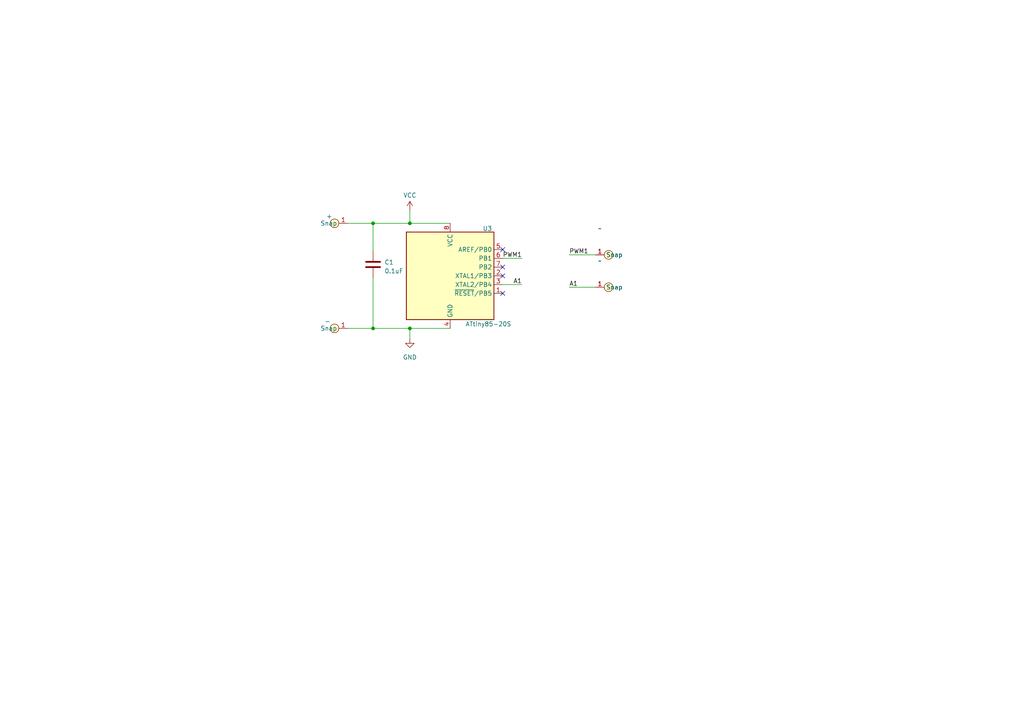
<source format=kicad_sch>
(kicad_sch (version 20230121) (generator eeschema)
  (paper "A4")
  (title_block (title "ATtiny85 Textile") (date "2023-06-01") (rev "0.1"))
  (lib_symbols
    (symbol "1_custom_library:Snap_10mm"
      (symbol "Snap_10mm_1_1"
        (circle (center 2.54 -7.62) (radius 1.27) (fill (type background)))
        (pin input line (at -1.27 -7.62 0) (length 2.54) (name "Snap") (number "1"))
      )
    )
    (symbol "Device:C" (pin_numbers hide) (pin_names (offset 0.254))
      (property "Reference" "C" (at 0.635 2.54 0))
      (property "Value" "C" (at 0.635 -2.54 0))
      (symbol "C_0_1"
        (polyline (pts (xy -2.032 -0.762) (xy 2.032 -0.762)) (stroke (width 0.508)))
        (polyline (pts (xy -2.032 0.762) (xy 2.032 0.762)) (stroke (width 0.508)))
      )
      (symbol "C_1_1"
        (pin passive line (at 0 3.81 270) (length 2.794) (name "~") (number "1"))
        (pin passive line (at 0 -3.81 90) (length 2.794) (name "~") (number "2"))
      )
    )
    (symbol "MCU_Microchip_ATtiny:ATtiny85-20S"
      (property "Reference" "U" (at -12.7 13.97 0))
      (property "Value" "ATtiny85-20S" (at 2.54 -13.97 0))
      (symbol "ATtiny85-20S_0_1"
        (rectangle (start -12.7 -12.7) (end 12.7 12.7) (stroke (width 0.254)) (fill (type background)))
      )
      (symbol "ATtiny85-20S_1_1"
        (pin bidirectional line (at 15.24 -5.08 180) (length 2.54) (name "~{RESET}/PB5") (number "1"))
        (pin bidirectional line (at 15.24 0 180) (length 2.54) (name "XTAL1/PB3") (number "2"))
        (pin bidirectional line (at 15.24 -2.54 180) (length 2.54) (name "XTAL2/PB4") (number "3"))
        (pin power_in line (at 0 -15.24 90) (length 2.54) (name "GND") (number "4"))
        (pin bidirectional line (at 15.24 7.62 180) (length 2.54) (name "AREF/PB0") (number "5"))
        (pin bidirectional line (at 15.24 5.08 180) (length 2.54) (name "PB1") (number "6"))
        (pin bidirectional line (at 15.24 2.54 180) (length 2.54) (name "PB2") (number "7"))
        (pin power_in line (at 0 15.24 270) (length 2.54) (name "VCC") (number "8"))
      )
    )
    (symbol "Snap_10mm_2"
      (symbol "Snap_10mm_2_1_1"
        (circle (center 2.54 -7.62) (radius 1.27) (fill (type background)))
        (pin input line (at -1.27 -7.62 0) (length 2.54) (name "Snap") (number "1"))
      )
    )
    (symbol "Snap_10mm_3"
      (symbol "Snap_10mm_3_1_1"
        (circle (center 2.54 -7.62) (radius 1.27) (fill (type background)))
        (pin input line (at -1.27 -7.62 0) (length 2.54) (name "Snap") (number "1"))
      )
    )
    (symbol "power:GND" (power) (pin_names (offset 0))
      (property "Value" "GND" (at 0 -3.81 0))
      (symbol "GND_0_1"
        (polyline (pts (xy 0 0) (xy 0 -1.27) (xy 1.27 -1.27) (xy 0 -2.54) (xy -1.27 -1.27) (xy 0 -1.27)))
      )
      (symbol "GND_1_1"
        (pin power_in line (at 0 0 270) (length 0) hide (name "GND") (number "1"))
      )
    )
    (symbol "power:VCC" (power) (pin_names (offset 0))
      (property "Value" "VCC" (at 0 3.81 0))
      (symbol "VCC_0_1"
        (polyline (pts (xy -0.762 1.27) (xy 0 2.54)))
        (polyline (pts (xy 0 0) (xy 0 2.54)))
        (polyline (pts (xy 0 2.54) (xy 0.762 1.27)))
      )
      (symbol "VCC_1_1"
        (pin power_in line (at 0 0 90) (length 0) hide (name "VCC") (number "1"))
      )
    )
  )
  (junction (at 118.872 95.25))
  (junction (at 108.204 95.25))
  (junction (at 108.204 64.77))
  (junction (at 118.872 64.77))
  (no_connect (at 145.796 85.09))
  (no_connect (at 145.796 80.01))
  (no_connect (at 145.796 72.39))
  (no_connect (at 145.796 77.47))
  (wire (pts (xy 165.1 73.914) (xy 172.72 73.914)))
  (wire (pts (xy 118.872 95.25) (xy 108.204 95.25)))
  (wire (pts (xy 130.556 95.25) (xy 118.872 95.25)))
  (wire (pts (xy 118.872 95.25) (xy 118.872 98.298)))
  (wire (pts (xy 165.1 83.312) (xy 172.72 83.312)))
  (wire (pts (xy 130.556 64.77) (xy 118.872 64.77)))
  (wire (pts (xy 145.796 74.93) (xy 151.384 74.93)))
  (wire (pts (xy 108.204 95.25) (xy 108.204 80.518)))
  (wire (pts (xy 118.872 64.77) (xy 108.204 64.77)))
  (wire (pts (xy 118.872 60.96) (xy 118.872 64.77)))
  (wire (pts (xy 100.838 64.77) (xy 108.204 64.77)))
  (wire (pts (xy 145.796 82.55) (xy 151.384 82.55)))
  (wire (pts (xy 100.838 95.25) (xy 108.204 95.25)))
  (wire (pts (xy 108.204 64.77) (xy 108.204 72.898)))
  (label "A1" (at 165.1 83.312 0))
  (label "PWM1" (at 151.384 74.93 180))
  (label "A1" (at 151.384 82.55 180))
  (label "PWM1" (at 165.1 73.914 0))
  (symbol (lib_id "power:GND") (at 118.872 98.298 0) (unit 1)
    (property "Reference" "#PWR02" (effects hide))
    (property "Value" "GND" (at 118.872 103.632 0))
  )
  (symbol (lib_id "1_custom_library:Snap_10mm") (at 99.568 87.63 0) (mirror y) (unit 1)
    (property "Reference" "U1" (effects hide))
    (property "Value" "-" (at 94.996 93.218 0))
    (property "Footprint" "1_custom_library:Snap_10mm" (effects hide))
  )
  (symbol (lib_name "Snap_10mm_2") (lib_id "1_custom_library:Snap_10mm") (at 173.99 75.692 0) (unit 1)
    (property "Reference" "U5" (effects hide))
    (property "Value" "~" (at 173.99 75.692 0))
    (property "Footprint" "1_custom_library:Snap_10mm" (effects hide))
  )
  (symbol (lib_id "MCU_Microchip_ATtiny:ATtiny85-20S") (at 130.556 80.01 0) (unit 1)
    (property "Reference" "U3" (at 142.748 66.294 0) (effects (justify right)))
    (property "Value" "ATtiny85-20S" (at 148.336 93.98 0) (effects (justify right)))
    (property "Footprint" "Package_SO:SOIC-8W_5.3x5.3mm_P1.27mm" (effects hide))
    (property "Datasheet" "http://ww1.microchip.com/downloads/en/DeviceDoc/atmel-2586-avr-8-bit-microcontroller-attiny25-attiny45-attiny85_datasheet.pdf" (effects hide))
  )
  (symbol (lib_id "1_custom_library:Snap_10mm") (at 99.568 57.15 0) (mirror y) (unit 1)
    (property "Reference" "U2" (effects hide))
    (property "Value" "+" (at 95.504 62.738 0))
    (property "Footprint" "1_custom_library:Snap_10mm" (effects hide))
  )
  (symbol (lib_name "Snap_10mm_3") (lib_id "1_custom_library:Snap_10mm") (at 173.99 66.294 0) (unit 1)
    (property "Reference" "U7" (effects hide))
    (property "Value" "~" (at 173.99 66.294 0))
    (property "Footprint" "1_custom_library:Snap_10mm" (effects hide))
  )
  (symbol (lib_id "power:VCC") (at 118.872 60.96 0) (unit 1)
    (property "Reference" "#PWR01" (effects hide))
    (property "Value" "VCC" (at 118.872 56.642 0))
  )
  (symbol (lib_id "Device:C") (at 108.204 76.708 0) (unit 1)
    (property "Reference" "C1" (at 111.506 76.073 0) (effects (justify left)))
    (property "Value" "0.1uF" (at 111.506 78.613 0) (effects (justify left)))
    (property "Footprint" "Capacitor_SMD:C_0201_0603Metric_Pad0.64x0.40mm_HandSolder" (effects hide))
  )
)
</source>
